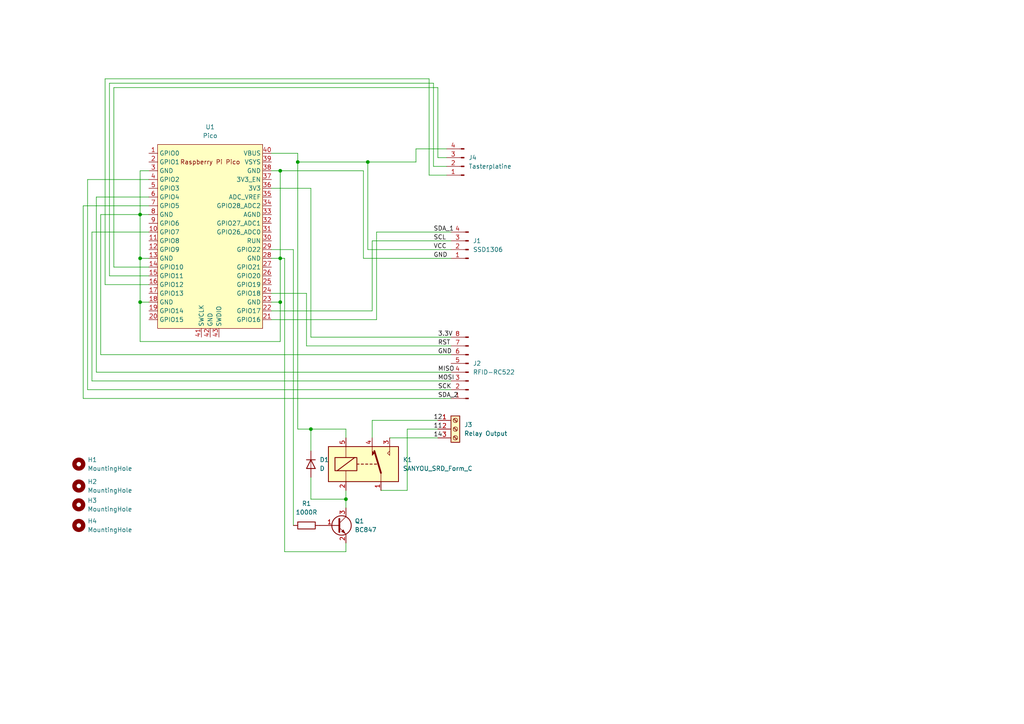
<source format=kicad_sch>
(kicad_sch (version 20231120) (generator "eeschema") (generator_version "8.0")
  (paper "A4")
  (lib_symbols
    (symbol "Connector:Conn_01x04_Pin" (pin_names (offset 1.016) hide)
      (property "Reference" "J" (at 0 5.08 0))
      (property "Value" "Conn_01x04_Pin" (at 0 -7.62 0))
      (symbol "Conn_01x04_Pin_1_1"
        (polyline (pts (xy 1.27 -5.08) (xy 0.8636 -5.08)) (stroke (width 0.1524)))
        (polyline (pts (xy 1.27 -2.54) (xy 0.8636 -2.54)) (stroke (width 0.1524)))
        (polyline (pts (xy 1.27 0) (xy 0.8636 0)) (stroke (width 0.1524)))
        (polyline (pts (xy 1.27 2.54) (xy 0.8636 2.54)) (stroke (width 0.1524)))
        (rectangle (start 0.8636 -4.953) (end 0 -5.207) (stroke (width 0.1524)) (fill (type outline)))
        (rectangle (start 0.8636 -2.413) (end 0 -2.667) (stroke (width 0.1524)) (fill (type outline)))
        (rectangle (start 0.8636 0.127) (end 0 -0.127) (stroke (width 0.1524)) (fill (type outline)))
        (rectangle (start 0.8636 2.667) (end 0 2.413) (stroke (width 0.1524)) (fill (type outline)))
        (pin passive line (at 5.08 2.54 180) (length 3.81) (name "Pin_1") (number "1"))
        (pin passive line (at 5.08 0 180) (length 3.81) (name "Pin_2") (number "2"))
        (pin passive line (at 5.08 -2.54 180) (length 3.81) (name "Pin_3") (number "3"))
        (pin passive line (at 5.08 -5.08 180) (length 3.81) (name "Pin_4") (number "4"))
      )
    )
    (symbol "Connector:Conn_01x08_Pin" (pin_names (offset 1.016) hide)
      (property "Reference" "J" (at 0 10.16 0))
      (property "Value" "Conn_01x08_Pin" (at 0 -12.7 0))
      (symbol "Conn_01x08_Pin_1_1"
        (polyline (pts (xy 1.27 -10.16) (xy 0.8636 -10.16)) (stroke (width 0.1524)))
        (polyline (pts (xy 1.27 -7.62) (xy 0.8636 -7.62)) (stroke (width 0.1524)))
        (polyline (pts (xy 1.27 -5.08) (xy 0.8636 -5.08)) (stroke (width 0.1524)))
        (polyline (pts (xy 1.27 -2.54) (xy 0.8636 -2.54)) (stroke (width 0.1524)))
        (polyline (pts (xy 1.27 0) (xy 0.8636 0)) (stroke (width 0.1524)))
        (polyline (pts (xy 1.27 2.54) (xy 0.8636 2.54)) (stroke (width 0.1524)))
        (polyline (pts (xy 1.27 5.08) (xy 0.8636 5.08)) (stroke (width 0.1524)))
        (polyline (pts (xy 1.27 7.62) (xy 0.8636 7.62)) (stroke (width 0.1524)))
        (rectangle (start 0.8636 -10.033) (end 0 -10.287) (stroke (width 0.1524)) (fill (type outline)))
        (rectangle (start 0.8636 -7.493) (end 0 -7.747) (stroke (width 0.1524)) (fill (type outline)))
        (rectangle (start 0.8636 -4.953) (end 0 -5.207) (stroke (width 0.1524)) (fill (type outline)))
        (rectangle (start 0.8636 -2.413) (end 0 -2.667) (stroke (width 0.1524)) (fill (type outline)))
        (rectangle (start 0.8636 0.127) (end 0 -0.127) (stroke (width 0.1524)) (fill (type outline)))
        (rectangle (start 0.8636 2.667) (end 0 2.413) (stroke (width 0.1524)) (fill (type outline)))
        (rectangle (start 0.8636 5.207) (end 0 4.953) (stroke (width 0.1524)) (fill (type outline)))
        (rectangle (start 0.8636 7.747) (end 0 7.493) (stroke (width 0.1524)) (fill (type outline)))
        (pin passive line (at 5.08 7.62 180) (length 3.81) (name "Pin_1") (number "1"))
        (pin passive line (at 5.08 5.08 180) (length 3.81) (name "Pin_2") (number "2"))
        (pin passive line (at 5.08 2.54 180) (length 3.81) (name "Pin_3") (number "3"))
        (pin passive line (at 5.08 0 180) (length 3.81) (name "Pin_4") (number "4"))
        (pin passive line (at 5.08 -2.54 180) (length 3.81) (name "Pin_5") (number "5"))
        (pin passive line (at 5.08 -5.08 180) (length 3.81) (name "Pin_6") (number "6"))
        (pin passive line (at 5.08 -7.62 180) (length 3.81) (name "Pin_7") (number "7"))
        (pin passive line (at 5.08 -10.16 180) (length 3.81) (name "Pin_8") (number "8"))
      )
    )
    (symbol "Connector:Screw_Terminal_01x03" (pin_names (offset 1.016) hide)
      (property "Reference" "J" (at 0 5.08 0))
      (property "Value" "Screw_Terminal_01x03" (at 0 -5.08 0))
      (symbol "Screw_Terminal_01x03_1_1"
        (rectangle (start -1.27 3.81) (end 1.27 -3.81) (stroke (width 0.254)) (fill (type background)))
        (circle (center 0 -2.54) (radius 0.635) (stroke (width 0.1524)))
        (polyline (pts (xy -0.5334 -2.2098) (xy 0.3302 -3.048)) (stroke (width 0.1524)))
        (polyline (pts (xy -0.5334 0.3302) (xy 0.3302 -0.508)) (stroke (width 0.1524)))
        (polyline (pts (xy -0.5334 2.8702) (xy 0.3302 2.032)) (stroke (width 0.1524)))
        (polyline (pts (xy -0.3556 -2.032) (xy 0.508 -2.8702)) (stroke (width 0.1524)))
        (polyline (pts (xy -0.3556 0.508) (xy 0.508 -0.3302)) (stroke (width 0.1524)))
        (polyline (pts (xy -0.3556 3.048) (xy 0.508 2.2098)) (stroke (width 0.1524)))
        (circle (center 0 0) (radius 0.635) (stroke (width 0.1524)))
        (circle (center 0 2.54) (radius 0.635) (stroke (width 0.1524)))
        (pin passive line (at -5.08 2.54 0) (length 3.81) (name "Pin_1") (number "1"))
        (pin passive line (at -5.08 0 0) (length 3.81) (name "Pin_2") (number "2"))
        (pin passive line (at -5.08 -2.54 0) (length 3.81) (name "Pin_3") (number "3"))
      )
    )
    (symbol "Device:D" (pin_numbers hide) (pin_names (offset 1.016) hide)
      (property "Reference" "D" (at 0 2.54 0))
      (property "Value" "D" (at 0 -2.54 0))
      (symbol "D_0_1"
        (polyline (pts (xy -1.27 1.27) (xy -1.27 -1.27)) (stroke (width 0.254)))
        (polyline (pts (xy 1.27 0) (xy -1.27 0)))
        (polyline (pts (xy 1.27 1.27) (xy 1.27 -1.27) (xy -1.27 0) (xy 1.27 1.27)) (stroke (width 0.254)))
      )
      (symbol "D_1_1"
        (pin passive line (at -3.81 0 0) (length 2.54) (name "K") (number "1"))
        (pin passive line (at 3.81 0 180) (length 2.54) (name "A") (number "2"))
      )
    )
    (symbol "Device:R" (pin_numbers hide) (pin_names (offset 0))
      (property "Reference" "R" (at 2.032 0 90))
      (property "Value" "R" (at 0 0 90))
      (symbol "R_0_1"
        (rectangle (start -1.016 -2.54) (end 1.016 2.54) (stroke (width 0.254)))
      )
      (symbol "R_1_1"
        (pin passive line (at 0 3.81 270) (length 1.27) (name "~") (number "1"))
        (pin passive line (at 0 -3.81 90) (length 1.27) (name "~") (number "2"))
      )
    )
    (symbol "MCU_RaspberryPi_and_Boards:Pico"
      (property "Reference" "U" (at -13.97 27.94 0))
      (property "Value" "Pico" (at 0 19.05 0))
      (symbol "Pico_0_0"
        (text "Raspberry Pi Pico" (at 0 21.59 0) (effects (font (size 1.27 1.27))))
      )
      (symbol "Pico_0_1"
        (rectangle (start -15.24 26.67) (end 15.24 -26.67) (fill (type background)))
      )
      (symbol "Pico_1_1"
        (pin bidirectional line (at -17.78 24.13 0) (length 2.54) (name "GPIO0") (number "1"))
        (pin bidirectional line (at -17.78 1.27 0) (length 2.54) (name "GPIO7") (number "10"))
        (pin bidirectional line (at -17.78 -1.27 0) (length 2.54) (name "GPIO8") (number "11"))
        (pin bidirectional line (at -17.78 -3.81 0) (length 2.54) (name "GPIO9") (number "12"))
        (pin power_in line (at -17.78 -6.35 0) (length 2.54) (name "GND") (number "13"))
        (pin bidirectional line (at -17.78 -8.89 0) (length 2.54) (name "GPIO10") (number "14"))
        (pin bidirectional line (at -17.78 -11.43 0) (length 2.54) (name "GPIO11") (number "15"))
        (pin bidirectional line (at -17.78 -13.97 0) (length 2.54) (name "GPIO12") (number "16"))
        (pin bidirectional line (at -17.78 -16.51 0) (length 2.54) (name "GPIO13") (number "17"))
        (pin power_in line (at -17.78 -19.05 0) (length 2.54) (name "GND") (number "18"))
        (pin bidirectional line (at -17.78 -21.59 0) (length 2.54) (name "GPIO14") (number "19"))
        (pin bidirectional line (at -17.78 21.59 0) (length 2.54) (name "GPIO1") (number "2"))
        (pin bidirectional line (at -17.78 -24.13 0) (length 2.54) (name "GPIO15") (number "20"))
        (pin bidirectional line (at 17.78 -24.13 180) (length 2.54) (name "GPIO16") (number "21"))
        (pin bidirectional line (at 17.78 -21.59 180) (length 2.54) (name "GPIO17") (number "22"))
        (pin power_in line (at 17.78 -19.05 180) (length 2.54) (name "GND") (number "23"))
        (pin bidirectional line (at 17.78 -16.51 180) (length 2.54) (name "GPIO18") (number "24"))
        (pin bidirectional line (at 17.78 -13.97 180) (length 2.54) (name "GPIO19") (number "25"))
        (pin bidirectional line (at 17.78 -11.43 180) (length 2.54) (name "GPIO20") (number "26"))
        (pin bidirectional line (at 17.78 -8.89 180) (length 2.54) (name "GPIO21") (number "27"))
        (pin power_in line (at 17.78 -6.35 180) (length 2.54) (name "GND") (number "28"))
        (pin bidirectional line (at 17.78 -3.81 180) (length 2.54) (name "GPIO22") (number "29"))
        (pin power_in line (at -17.78 19.05 0) (length 2.54) (name "GND") (number "3"))
        (pin input line (at 17.78 -1.27 180) (length 2.54) (name "RUN") (number "30"))
        (pin bidirectional line (at 17.78 1.27 180) (length 2.54) (name "GPIO26_ADC0") (number "31"))
        (pin bidirectional line (at 17.78 3.81 180) (length 2.54) (name "GPIO27_ADC1") (number "32"))
        (pin power_in line (at 17.78 6.35 180) (length 2.54) (name "AGND") (number "33"))
        (pin bidirectional line (at 17.78 8.89 180) (length 2.54) (name "GPIO28_ADC2") (number "34"))
        (pin power_in line (at 17.78 11.43 180) (length 2.54) (name "ADC_VREF") (number "35"))
        (pin power_in line (at 17.78 13.97 180) (length 2.54) (name "3V3") (number "36"))
        (pin input line (at 17.78 16.51 180) (length 2.54) (name "3V3_EN") (number "37"))
        (pin bidirectional line (at 17.78 19.05 180) (length 2.54) (name "GND") (number "38"))
        (pin power_in line (at 17.78 21.59 180) (length 2.54) (name "VSYS") (number "39"))
        (pin bidirectional line (at -17.78 16.51 0) (length 2.54) (name "GPIO2") (number "4"))
        (pin power_in line (at 17.78 24.13 180) (length 2.54) (name "VBUS") (number "40"))
        (pin input line (at -2.54 -29.21 90) (length 2.54) (name "SWCLK") (number "41"))
        (pin power_in line (at 0 -29.21 90) (length 2.54) (name "GND") (number "42"))
        (pin bidirectional line (at 2.54 -29.21 90) (length 2.54) (name "SWDIO") (number "43"))
        (pin bidirectional line (at -17.78 13.97 0) (length 2.54) (name "GPIO3") (number "5"))
        (pin bidirectional line (at -17.78 11.43 0) (length 2.54) (name "GPIO4") (number "6"))
        (pin bidirectional line (at -17.78 8.89 0) (length 2.54) (name "GPIO5") (number "7"))
        (pin power_in line (at -17.78 6.35 0) (length 2.54) (name "GND") (number "8"))
        (pin bidirectional line (at -17.78 3.81 0) (length 2.54) (name "GPIO6") (number "9"))
      )
    )
    (symbol "Mechanical:MountingHole" (pin_names (offset 1.016)) (exclude_from_sim yes) (in_bom no)
      (property "Reference" "H" (at 0 5.08 0))
      (property "Value" "MountingHole" (at 0 3.175 0))
      (symbol "MountingHole_0_1"
        (circle (center 0 0) (radius 1.27) (stroke (width 1.27)))
      )
    )
    (symbol "Relay:SANYOU_SRD_Form_C"
      (property "Reference" "K" (at 11.43 3.81 0))
      (property "Value" "SANYOU_SRD_Form_C" (at 11.43 1.27 0))
      (symbol "SANYOU_SRD_Form_C_0_0"
        (polyline (pts (xy 7.62 5.08) (xy 7.62 2.54) (xy 6.985 3.175) (xy 7.62 3.81)))
      )
      (symbol "SANYOU_SRD_Form_C_0_1"
        (rectangle (start -10.16 5.08) (end 10.16 -5.08) (stroke (width 0.254)) (fill (type background)))
        (rectangle (start -8.255 1.905) (end -1.905 -1.905) (stroke (width 0.254)))
        (polyline (pts (xy -7.62 -1.905) (xy -2.54 1.905)) (stroke (width 0.254)))
        (polyline (pts (xy -5.08 -5.08) (xy -5.08 -1.905)))
        (polyline (pts (xy -5.08 5.08) (xy -5.08 1.905)))
        (polyline (pts (xy -1.905 0) (xy -1.27 0)) (stroke (width 0.254)))
        (polyline (pts (xy -0.635 0) (xy 0 0)) (stroke (width 0.254)))
        (polyline (pts (xy 0.635 0) (xy 1.27 0)) (stroke (width 0.254)))
        (polyline (pts (xy 1.905 0) (xy 2.54 0)) (stroke (width 0.254)))
        (polyline (pts (xy 3.175 0) (xy 3.81 0)) (stroke (width 0.254)))
        (polyline (pts (xy 5.08 -2.54) (xy 3.175 3.81)) (stroke (width 0.508)))
        (polyline (pts (xy 5.08 -2.54) (xy 5.08 -5.08)))
      )
      (symbol "SANYOU_SRD_Form_C_1_1"
        (polyline (pts (xy 2.54 3.81) (xy 3.175 3.175) (xy 2.54 2.54) (xy 2.54 5.08)) (fill (type outline)))
        (pin passive line (at 5.08 -7.62 90) (length 2.54) (name "~") (number "1"))
        (pin passive line (at -5.08 -7.62 90) (length 2.54) (name "~") (number "2"))
        (pin passive line (at 7.62 7.62 270) (length 2.54) (name "~") (number "3"))
        (pin passive line (at 2.54 7.62 270) (length 2.54) (name "~") (number "4"))
        (pin passive line (at -5.08 7.62 270) (length 2.54) (name "~") (number "5"))
      )
    )
    (symbol "Transistor_BJT:BC847" (pin_names (offset 0) hide)
      (property "Reference" "Q" (at 5.08 1.905 0))
      (property "Value" "BC847" (at 5.08 0 0))
      (symbol "BC847_0_1"
        (polyline (pts (xy 0.635 0.635) (xy 2.54 2.54)))
        (polyline (pts (xy 0.635 -0.635) (xy 2.54 -2.54) (xy 2.54 -2.54)))
        (polyline (pts (xy 0.635 1.905) (xy 0.635 -1.905) (xy 0.635 -1.905)) (stroke (width 0.508)))
        (polyline (pts (xy 1.27 -1.778) (xy 1.778 -1.27) (xy 2.286 -2.286) (xy 1.27 -1.778) (xy 1.27 -1.778)) (fill (type outline)))
        (circle (center 1.27 0) (radius 2.8194) (stroke (width 0.254)))
      )
      (symbol "BC847_1_1"
        (pin input line (at -5.08 0 0) (length 5.715) (name "B") (number "1"))
        (pin passive line (at 2.54 -5.08 90) (length 2.54) (name "E") (number "2"))
        (pin passive line (at 2.54 5.08 270) (length 2.54) (name "C") (number "3"))
      )
    )
  )
  (junction (at 106.68 46.99))
  (junction (at 40.64 74.93))
  (junction (at 90.17 124.46))
  (junction (at 100.33 144.78))
  (junction (at 81.28 87.63))
  (junction (at 81.28 49.53))
  (junction (at 86.36 46.99))
  (junction (at 81.28 74.93))
  (junction (at 40.64 62.23))
  (junction (at 40.64 87.63))
  (wire (pts (xy 100.33 160.02) (xy 100.33 157.48)))
  (wire (pts (xy 43.18 74.93) (xy 40.64 74.93)))
  (wire (pts (xy 78.74 87.63) (xy 81.28 87.63)))
  (wire (pts (xy 81.28 49.53) (xy 105.41 49.53)))
  (wire (pts (xy 24.13 115.57) (xy 130.81 115.57)))
  (wire (pts (xy 86.36 46.99) (xy 106.68 46.99)))
  (wire (pts (xy 82.55 160.02) (xy 100.33 160.02)))
  (wire (pts (xy 107.95 121.92) (xy 127 121.92)))
  (wire (pts (xy 110.49 142.24) (xy 118.11 142.24)))
  (wire (pts (xy 107.95 69.85) (xy 130.81 69.85)))
  (wire (pts (xy 26.67 110.49) (xy 130.81 110.49)))
  (wire (pts (xy 78.74 49.53) (xy 81.28 49.53)))
  (wire (pts (xy 127 25.4) (xy 127 45.72)))
  (wire (pts (xy 124.46 50.8) (xy 129.54 50.8)))
  (wire (pts (xy 30.48 22.86) (xy 124.46 22.86)))
  (wire (pts (xy 86.36 44.45) (xy 86.36 46.99)))
  (wire (pts (xy 40.64 74.93) (xy 40.64 62.23)))
  (wire (pts (xy 40.64 49.53) (xy 40.64 62.23)))
  (wire (pts (xy 90.17 144.78) (xy 100.33 144.78)))
  (wire (pts (xy 33.02 25.4) (xy 127 25.4)))
  (wire (pts (xy 30.48 82.55) (xy 30.48 22.86)))
  (wire (pts (xy 90.17 54.61) (xy 90.17 97.79)))
  (wire (pts (xy 120.65 43.18) (xy 129.54 43.18)))
  (wire (pts (xy 78.74 74.93) (xy 81.28 74.93)))
  (wire (pts (xy 106.68 46.99) (xy 120.65 46.99)))
  (wire (pts (xy 107.95 90.17) (xy 107.95 69.85)))
  (wire (pts (xy 27.94 57.15) (xy 27.94 107.95)))
  (wire (pts (xy 105.41 74.93) (xy 130.81 74.93)))
  (wire (pts (xy 78.74 44.45) (xy 86.36 44.45)))
  (wire (pts (xy 31.75 80.01) (xy 31.75 24.13)))
  (wire (pts (xy 43.18 80.01) (xy 31.75 80.01)))
  (wire (pts (xy 43.18 49.53) (xy 40.64 49.53)))
  (wire (pts (xy 43.18 57.15) (xy 27.94 57.15)))
  (wire (pts (xy 81.28 49.53) (xy 81.28 74.93)))
  (wire (pts (xy 118.11 124.46) (xy 127 124.46)))
  (wire (pts (xy 27.94 107.95) (xy 130.81 107.95)))
  (wire (pts (xy 106.68 46.99) (xy 106.68 72.39)))
  (wire (pts (xy 43.18 67.31) (xy 26.67 67.31)))
  (wire (pts (xy 43.18 52.07) (xy 25.4 52.07)))
  (wire (pts (xy 40.64 74.93) (xy 40.64 87.63)))
  (wire (pts (xy 24.13 59.69) (xy 24.13 115.57)))
  (wire (pts (xy 81.28 87.63) (xy 81.28 99.06)))
  (wire (pts (xy 81.28 74.93) (xy 82.55 74.93)))
  (wire (pts (xy 43.18 87.63) (xy 40.64 87.63)))
  (wire (pts (xy 118.11 142.24) (xy 118.11 124.46)))
  (wire (pts (xy 29.21 62.23) (xy 29.21 102.87)))
  (wire (pts (xy 26.67 67.31) (xy 26.67 110.49)))
  (wire (pts (xy 106.68 72.39) (xy 130.81 72.39)))
  (wire (pts (xy 25.4 52.07) (xy 25.4 113.03)))
  (wire (pts (xy 78.74 92.71) (xy 109.22 92.71)))
  (wire (pts (xy 107.95 127) (xy 107.95 121.92)))
  (wire (pts (xy 90.17 97.79) (xy 130.81 97.79)))
  (wire (pts (xy 78.74 72.39) (xy 85.09 72.39)))
  (wire (pts (xy 129.54 45.72) (xy 127 45.72)))
  (wire (pts (xy 90.17 138.43) (xy 90.17 144.78)))
  (wire (pts (xy 109.22 92.71) (xy 109.22 67.31)))
  (wire (pts (xy 43.18 77.47) (xy 33.02 77.47)))
  (wire (pts (xy 100.33 124.46) (xy 100.33 127)))
  (wire (pts (xy 43.18 62.23) (xy 40.64 62.23)))
  (wire (pts (xy 88.9 100.33) (xy 130.81 100.33)))
  (wire (pts (xy 100.33 144.78) (xy 100.33 147.32)))
  (wire (pts (xy 90.17 124.46) (xy 90.17 130.81)))
  (wire (pts (xy 33.02 77.47) (xy 33.02 25.4)))
  (wire (pts (xy 81.28 74.93) (xy 81.28 87.63)))
  (wire (pts (xy 124.46 22.86) (xy 124.46 50.8)))
  (wire (pts (xy 29.21 102.87) (xy 130.81 102.87)))
  (wire (pts (xy 86.36 46.99) (xy 86.36 124.46)))
  (wire (pts (xy 82.55 74.93) (xy 82.55 160.02)))
  (wire (pts (xy 88.9 85.09) (xy 88.9 100.33)))
  (wire (pts (xy 125.73 48.26) (xy 129.54 48.26)))
  (wire (pts (xy 25.4 113.03) (xy 130.81 113.03)))
  (wire (pts (xy 86.36 124.46) (xy 90.17 124.46)))
  (wire (pts (xy 100.33 142.24) (xy 100.33 144.78)))
  (wire (pts (xy 40.64 99.06) (xy 40.64 87.63)))
  (wire (pts (xy 120.65 46.99) (xy 120.65 43.18)))
  (wire (pts (xy 40.64 62.23) (xy 29.21 62.23)))
  (wire (pts (xy 81.28 99.06) (xy 40.64 99.06)))
  (wire (pts (xy 90.17 124.46) (xy 100.33 124.46)))
  (wire (pts (xy 78.74 90.17) (xy 107.95 90.17)))
  (wire (pts (xy 85.09 72.39) (xy 85.09 152.4)))
  (wire (pts (xy 113.03 127) (xy 127 127)))
  (wire (pts (xy 105.41 49.53) (xy 105.41 74.93)))
  (wire (pts (xy 43.18 59.69) (xy 24.13 59.69)))
  (wire (pts (xy 43.18 82.55) (xy 30.48 82.55)))
  (wire (pts (xy 125.73 24.13) (xy 125.73 48.26)))
  (wire (pts (xy 109.22 67.31) (xy 130.81 67.31)))
  (wire (pts (xy 78.74 85.09) (xy 88.9 85.09)))
  (wire (pts (xy 31.75 24.13) (xy 125.73 24.13)))
  (wire (pts (xy 78.74 54.61) (xy 90.17 54.61)))
  (label "VCC" (at 125.73 72.39 0))
  (label "3.3V" (at 127 97.79 0))
  (label "MISO" (at 127 107.95 0))
  (label "SCK" (at 127 113.03 0))
  (label "SDA_1" (at 125.73 67.31 0))
  (label "GND" (at 127 102.87 0))
  (label "14" (at 125.73 127 0))
  (label "11" (at 125.73 124.46 0))
  (label "12" (at 125.73 121.92 0))
  (label "RST" (at 127 100.33 0))
  (label "SDA_2" (at 127 115.57 0))
  (label "GND" (at 125.73 74.93 0))
  (label "SCL" (at 125.73 69.85 0))
  (label "MOSI" (at 127 110.49 0))
  (symbol (lib_id "Mechanical:MountingHole") (at 22.8362 146.4211 0) (unit 1) (exclude_from_sim yes) (in_bom no)
    (property "Reference" "H3" (at 25.3762 145.151 0) (effects (justify left)))
    (property "Value" "MountingHole" (at 25.3762 147.691 0) (effects (justify left)))
    (property "Footprint" "MountingHole:MountingHole_2.2mm_M2_DIN965" (effects (hide yes)))
    (property "Description" "Mounting Hole without connection" (effects (hide yes)))
  )
  (symbol (lib_id "Device:D") (at 90.17 134.62 270) (unit 1)
    (property "Reference" "D1" (at 92.71 133.3499 90) (effects (justify left)))
    (property "Value" "D" (at 92.71 135.8899 90) (effects (justify left)))
    (property "Footprint" "Diode_SMD:D_MELF_Handsoldering" (effects (hide yes)))
    (property "Description" "Diode" (effects (hide yes)))
    (property "Sim.Device" "D" (effects (hide yes)))
    (property "Sim.Pins" "1=K 2=A" (effects (hide yes)))
  )
  (symbol (lib_id "MCU_RaspberryPi_and_Boards:Pico") (at 60.96 68.58 0) (unit 1)
    (property "Reference" "U1" (at 60.96 36.83 0))
    (property "Value" "Pico" (at 60.96 39.37 0))
    (property "Footprint" "MCU_RaspberryPi_and_Boards:RPi_Pico_SMD_TH" (effects (hide yes)))
  )
  (symbol (lib_id "Connector:Screw_Terminal_01x03") (at 132.08 124.46 0) (unit 1)
    (property "Reference" "J3" (at 134.62 123.1899 0) (effects (justify left)))
    (property "Value" "Relay Output" (at 134.62 125.7299 0) (effects (justify left)))
    (property "Footprint" "TerminalBlock_MetzConnect:TerminalBlock_MetzConnect_Type073_RT02603HBLU_1x03_P5.08mm_Horizontal" (effects (hide yes)))
    (property "Description" "Generic screw terminal, single row, 01x03, script generated (kicad-library-utils/schlib/autogen/connector/)" (effects (hide yes)))
  )
  (symbol (lib_id "Connector:Conn_01x04_Pin") (at 134.62 48.26 180) (unit 1)
    (property "Reference" "J4" (at 135.89 45.7199 0) (effects (justify right)))
    (property "Value" "Tasterplatine" (at 135.89 48.2599 0) (effects (justify right)))
    (property "Footprint" "Connector_PinHeader_2.54mm:PinHeader_1x04_P2.54mm_Vertical" (effects (hide yes)))
    (property "Description" "Generic connector, single row, 01x04, script generated" (effects (hide yes)))
  )
  (symbol (lib_id "Mechanical:MountingHole") (at 22.86 134.62 0) (unit 1) (exclude_from_sim yes) (in_bom no)
    (property "Reference" "H1" (at 25.4 133.3499 0) (effects (justify left)))
    (property "Value" "MountingHole" (at 25.4 135.8899 0) (effects (justify left)))
    (property "Footprint" "MountingHole:MountingHole_2.2mm_M2_DIN965" (effects (hide yes)))
    (property "Description" "Mounting Hole without connection" (effects (hide yes)))
  )
  (symbol (lib_id "Mechanical:MountingHole") (at 22.86 140.97 0) (unit 1) (exclude_from_sim yes) (in_bom no)
    (property "Reference" "H2" (at 25.4 139.6999 0) (effects (justify left)))
    (property "Value" "MountingHole" (at 25.4 142.2399 0) (effects (justify left)))
    (property "Footprint" "MountingHole:MountingHole_2.2mm_M2_DIN965" (effects (hide yes)))
    (property "Description" "Mounting Hole without connection" (effects (hide yes)))
  )
  (symbol (lib_id "Connector:Conn_01x04_Pin") (at 135.89 72.39 180) (unit 1)
    (property "Reference" "J1" (at 137.16 69.8499 0) (effects (justify right)))
    (property "Value" "SSD1306" (at 137.16 72.3899 0) (effects (justify right)))
    (property "Footprint" "Connector_PinHeader_2.54mm:PinHeader_1x04_P2.54mm_Vertical" (effects (hide yes)))
    (property "Description" "Generic connector, single row, 01x04, script generated" (effects (hide yes)))
  )
  (symbol (lib_id "Connector:Conn_01x08_Pin") (at 135.89 107.95 180) (unit 1)
    (property "Reference" "J2" (at 137.16 105.4099 0) (effects (justify right)))
    (property "Value" "RFID-RC522" (at 137.16 107.9499 0) (effects (justify right)))
    (property "Footprint" "Connector_PinHeader_2.54mm:PinHeader_1x08_P2.54mm_Vertical" (effects (hide yes)))
    (property "Description" "Generic connector, single row, 01x08, script generated" (effects (hide yes)))
  )
  (symbol (lib_id "Transistor_BJT:BC847") (at 97.79 152.4 0) (unit 1)
    (property "Reference" "Q1" (at 102.87 151.1299 0) (effects (justify left)))
    (property "Value" "BC847" (at 102.87 153.6699 0) (effects (justify left)))
    (property "Footprint" "Package_TO_SOT_SMD:SOT-23" (effects (hide yes)))
    (property "Datasheet" "http://www.infineon.com/dgdl/Infineon-BC847SERIES_BC848SERIES_BC849SERIES_BC850SERIES-DS-v01_01-en.pdf?fileId=db3a304314dca389011541d4630a1657" (effects (hide yes)))
    (property "Description" "0.1A Ic, 45V Vce, NPN Transistor, SOT-23" (effects (hide yes)))
  )
  (symbol (lib_id "Relay:SANYOU_SRD_Form_C") (at 105.41 134.62 0) (unit 1)
    (property "Reference" "K1" (at 116.84 133.3499 0) (effects (justify left)))
    (property "Value" "SANYOU_SRD_Form_C" (at 116.84 135.8899 0) (effects (justify left)))
    (property "Footprint" "Relay_THT:Relay_SPDT_SANYOU_SRD_Series_Form_C" (effects (hide yes)))
    (property "Datasheet" "http://www.sanyourelay.ca/public/products/pdf/SRD.pdf" (effects (hide yes)))
    (property "Description" "Sanyo SRD relay, Single Pole Miniature Power Relay," (effects (hide yes)))
  )
  (symbol (lib_id "Mechanical:MountingHole") (at 22.86 152.4 0) (unit 1) (exclude_from_sim yes) (in_bom no)
    (property "Reference" "H4" (at 25.4 151.1299 0) (effects (justify left)))
    (property "Value" "MountingHole" (at 25.4 153.6699 0) (effects (justify left)))
    (property "Footprint" "MountingHole:MountingHole_2.2mm_M2_DIN965" (effects (hide yes)))
    (property "Description" "Mounting Hole without connection" (effects (hide yes)))
  )
  (symbol (lib_id "Device:R") (at 88.9 152.4 90) (unit 1)
    (property "Reference" "R1" (at 88.9 146.05 90))
    (property "Value" "1000R" (at 88.9 148.59 90))
    (property "Footprint" "Resistor_SMD:R_0805_2012Metric_Pad1.20x1.40mm_HandSolder" (effects (hide yes)))
    (property "Description" "Resistor" (effects (hide yes)))
  )
)
</source>
